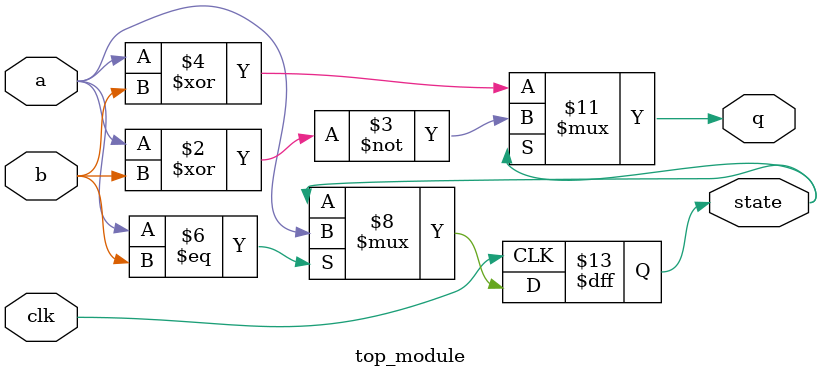
<source format=v>
module top_module (
    input clk,
    input a,
    input b,
    output q,
    output state  );
  
    always @ ( * ) begin
        if ( state ) begin
            q = ~ ( a^b); 
        end
        else begin
            q = a ^ b ;
        end
    end
    
    always @(posedge clk) begin
        if (a == b ) begin
            state <= a ;
        end
        else 
            state <= state ;
    end
    
endmodule

</source>
